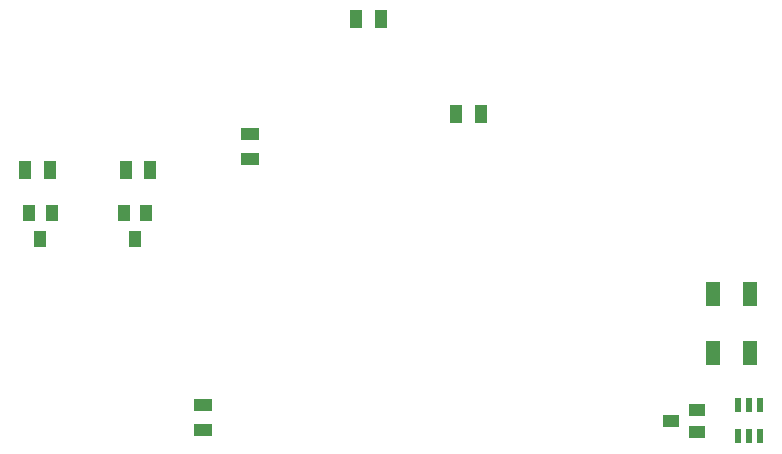
<source format=gbp>
G75*
G70*
%OFA0B0*%
%FSLAX24Y24*%
%IPPOS*%
%LPD*%
%AMOC8*
5,1,8,0,0,1.08239X$1,22.5*
%
%ADD10R,0.0433X0.0591*%
%ADD11R,0.0394X0.0551*%
%ADD12R,0.0217X0.0472*%
%ADD13R,0.0551X0.0394*%
%ADD14R,0.0472X0.0787*%
%ADD15R,0.0591X0.0433*%
D10*
X020839Y015800D03*
X020012Y015800D03*
X017493Y018949D03*
X016666Y018949D03*
X009815Y013930D03*
X008989Y013930D03*
X006469Y013930D03*
X005642Y013930D03*
D11*
X006154Y011626D03*
X006528Y012493D03*
X005780Y012493D03*
X009304Y011626D03*
X009678Y012493D03*
X008930Y012493D03*
D12*
X029402Y006075D03*
X029776Y006075D03*
X030150Y006075D03*
X030150Y005052D03*
X029402Y005052D03*
X029776Y005052D03*
D13*
X027178Y005563D03*
X028044Y005189D03*
X028044Y005937D03*
D14*
X028556Y009796D03*
X029815Y009796D03*
X028556Y007827D03*
X029815Y007827D03*
D15*
X011567Y006075D03*
X011567Y005248D03*
X013142Y014304D03*
X013142Y015130D03*
M02*

</source>
